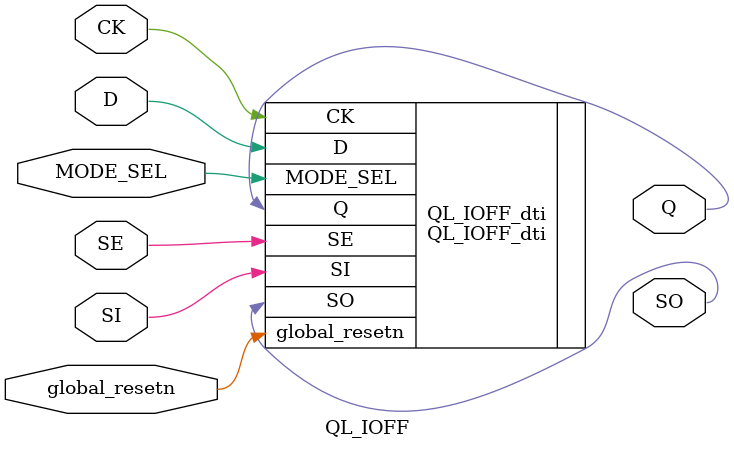
<source format=v>
`timescale 1ns/1ps 

module QL_IOFF (
  D,
  SI,
  SO,
  SE,
  CK,
  MODE_SEL,
  Q,
  global_resetn
);
  input D;
  input SI;
  output SO;
  input SE;
  input CK;
  input MODE_SEL;
  input global_resetn;
  output Q;

  `ifdef TSMC
  QL_IOFF_tsmc  QL_IOFF_tsmc(.D			(D			),
				            .SI			(SI			),
				            .SE			(SE			),
                            .global_resetn(global_resetn),
				            .CK			(CK			),
				            .MODE_SEL	(MODE_SEL	),
				            .Q			(Q			));
  `else
  QL_IOFF_dti   QL_IOFF_dti(.D			(D			),
				            .SI			(SI			),
				            .SO			(SO			),
				            .SE			(SE			),
                            .global_resetn(global_resetn),
				            .CK			(CK			),
				            .MODE_SEL	(MODE_SEL	),
				            .Q			(Q			));
  `endif			
endmodule


</source>
